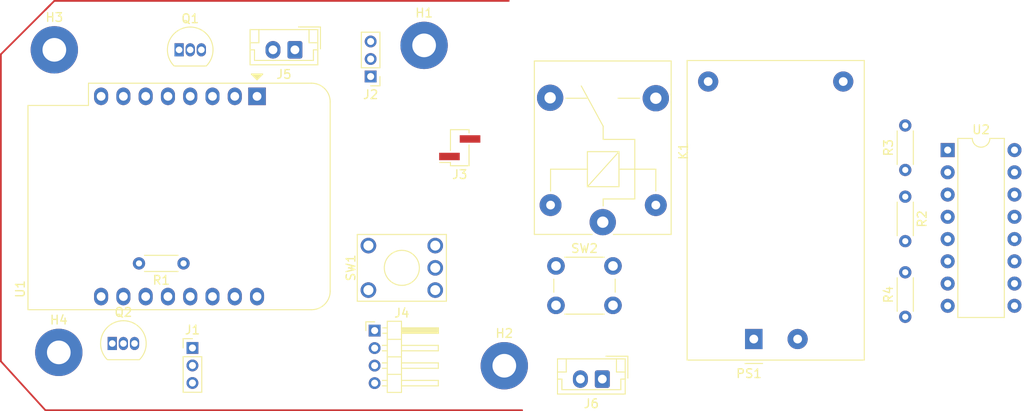
<source format=kicad_pcb>
(kicad_pcb (version 20211014) (generator pcbnew)
  (title_block (title "ACS712 stroommeter") (date "2022-12-20") (rev "0.01") (company "Easylab4kids.nl"))
  (layers (0 "F.Cu" signal) (31 "B.Cu" signal) (34 "B.Paste" user) (35 "F.Paste" user) (36 "B.SilkS" user "B.Silkscreen") (37 "F.SilkS" user "F.Silkscreen") (38 "B.Mask" user) (39 "F.Mask" user) (44 "Edge.Cuts" user))
  (net 0 "")
  (net 1 "SDA")
  (net 2 "SCL")
  (net 3 "VCC")
  (net 4 "GND")
  (net 5 "ACS_DATA")
  (net 6 "WS2812")
  (net 7 "ACS_AanUit")
  (net 8 "BTN1")
  (net 9 "Net-(J6-Pad1)")
  (net 10 "DpSlp")
  (net 17 "Net-(R1-Pad1)")
  (net 18 "AC{slash}L")
  (net 21 "Net-(Q2-Pad2)")
  (net 22 "+5V")
  (net 23 "Net-(R2-Pad2)")
  (net 24 "Net-(R3-Pad2)")
  (net 25 "Net-(R4-Pad2)")
  (footprint "Connector_PinHeader_2.00mm:PinHeader_1x02_P2.00mm_Vertical_SMD_Pin1Right" (layer "F.Cu") (at 113.284 36.068 180)
    (fp_text reference "J3" (at 0 -3.06) (layer "F.SilkS"))
    (fp_text value "PWR_5V_pin")
    (fp_line (start 1.06 -0.315) (end 1.06 2.06) (layer "F.SilkS") (width 0.12))
    (fp_line (start -1.06 1.685) (end -1.06 2.06) (layer "F.SilkS") (width 0.12))
    (fp_line (start 1.06 -2.06) (end 1.06 -1.685) (layer "F.SilkS") (width 0.12))
    (fp_line (start -1.06 2.06) (end 1.06 2.06) (layer "F.SilkS") (width 0.12))
    (fp_line (start 1.06 -1.685) (end 2.29 -1.685) (layer "F.SilkS") (width 0.12))
    (fp_line (start -1.06 -2.06) (end -1.06 0.315) (layer "F.SilkS") (width 0.12))
    (fp_line (start -1.06 -2.06) (end 1.06 -2.06) (layer "F.SilkS") (width 0.12))
    (pad "1" smd rect locked (at 1.175 -1 180) (size 2.35 0.85) (layers "F.Cu" "F.Paste" "F.Mask") (net 3 "VCC"))
    (pad "2" smd rect locked (at -1.175 1 180) (size 2.35 0.85) (layers "F.Cu" "F.Paste" "F.Mask") (net 4 "GND"))
  )
  (footprint "Connector_JST:JST_EH_B2B-EH-A_1x02_P2.50mm_Vertical" (layer "F.Cu") (at 129.54 62.484 180)
    (fp_text reference "J6" (at 1.25 -2.8) (layer "F.SilkS"))
    (fp_text value "230V_in")
    (fp_line (start 5.11 -1.71) (end -2.61 -1.71) (layer "F.SilkS") (width 0.12))
    (fp_line (start 4.61 0) (end 5.11 0) (layer "F.SilkS") (width 0.12))
    (fp_line (start -2.11 0) (end -2.11 -1.21) (layer "F.SilkS") (width 0.12))
    (fp_line (start -2.61 0) (end -2.11 0) (layer "F.SilkS") (width 0.12))
    (fp_line (start -2.61 2.31) (end 5.11 2.31) (layer "F.SilkS") (width 0.12))
    (fp_line (start 4.11 0.81) (end 4.11 2.31) (layer "F.SilkS") (width 0.12))
    (fp_line (start -2.61 -1.71) (end -2.61 2.31) (layer "F.SilkS") (width 0.12))
    (fp_line (start 5.11 2.31) (end 5.11 -1.71) (layer "F.SilkS") (width 0.12))
    (fp_line (start -2.11 -1.21) (end 4.61 -1.21) (layer "F.SilkS") (width 0.12))
    (fp_line (start -2.91 2.61) (end -0.41 2.61) (layer "F.SilkS") (width 0.12))
    (fp_line (start -2.61 0.81) (end -1.61 0.81) (layer "F.SilkS") (width 0.12))
    (fp_line (start -1.61 0.81) (end -1.61 2.31) (layer "F.SilkS") (width 0.12))
    (fp_line (start 5.11 0.81) (end 4.11 0.81) (layer "F.SilkS") (width 0.12))
    (fp_line (start -2.91 0.11) (end -2.91 2.61) (layer "F.SilkS") (width 0.12))
    (fp_line (start 4.61 -1.21) (end 4.61 0) (layer "F.SilkS") (width 0.12))
    (pad "1" thru_hole roundrect (at 0 0 180) (size 1.7 2) (drill 1) (layers *.Cu *.Mask) (roundrect_rratio 0.147059) (net 9 "Net-(J6-Pad1)"))
    (pad "2" thru_hole oval (at 2.5 0 180) (size 1.7 2) (drill 1) (layers *.Cu *.Mask) (net 18 "AC{slash}L"))
  )
  (footprint "MountingHole:MountingHole_2.7mm_M2.5_Pad" (layer "F.Cu") (at 118.364 60.96)
    (fp_text reference "H2" (at 0 -3.7) (layer "F.SilkS"))
    (fp_text value "Gaatje")
    (pad "1" thru_hole circle (at 0 0) (size 5.4 5.4) (drill 2.7) (layers *.Cu *.Mask))
  )
  (footprint "Connector_PinHeader_2.00mm:PinHeader_1x04_P2.00mm_Horizontal" (layer "F.Cu") (at 103.58 56.944)
    (fp_text reference "J4" (at 3.1 -2) (layer "F.SilkS"))
    (fp_text value "WS2812")
    (fp_line (start 7.26 5.69) (end 7.26 6.31) (layer "F.SilkS") (width 0.12))
    (fp_line (start 3.06 -0.31) (end 7.26 -0.31) (layer "F.SilkS") (width 0.12))
    (fp_line (start 3.06 5.69) (end 7.26 5.69) (layer "F.SilkS") (width 0.12))
    (fp_line (start 0.882114 3.69) (end 1.44 3.69) (layer "F.SilkS") (width 0.12))
    (fp_line (start 1.44 3) (end 3.06 3) (layer "F.SilkS") (width 0.12))
    (fp_line (start 1.44 7.06) (end 3.06 7.06) (layer "F.SilkS") (width 0.12))
    (fp_line (start 1.44 -1.06) (end 1.44 7.06) (layer "F.SilkS") (width 0.12))
    (fp_line (start 7.26 6.31) (end 3.06 6.31) (layer "F.SilkS") (width 0.12))
    (fp_line (start 7.26 2.31) (end 3.06 2.31) (layer "F.SilkS") (width 0.12))
    (fp_line (start 7.26 0.31) (end 3.06 0.31) (layer "F.SilkS") (width 0.12))
    (fp_line (start 3.06 7.06) (end 3.06 -1.06) (layer "F.SilkS") (width 0.12))
    (fp_line (start 7.26 4.31) (end 3.06 4.31) (layer "F.SilkS") (width 0.12))
    (fp_line (start 0.882114 6.31) (end 1.44 6.31) (layer "F.SilkS") (width 0.12))
    (fp_line (start -1 0) (end -1 -1) (layer "F.SilkS") (width 0.12))
    (fp_line (start 3.06 -0.01) (end 7.26 -0.01) (layer "F.SilkS") (width 0.12))
    (fp_line (start 3.06 0.23) (end 7.26 0.23) (layer "F.SilkS") (width 0.12))
    (fp_line (start 7.26 -0.31) (end 7.26 0.31) (layer "F.SilkS") (width 0.12))
    (fp_line (start 0.882114 2.31) (end 1.44 2.31) (layer "F.SilkS") (width 0.12))
    (fp_line (start 3.06 3.69) (end 7.26 3.69) (layer "F.SilkS") (width 0.12))
    (fp_line (start 7.26 3.69) (end 7.26 4.31) (layer "F.SilkS") (width 0.12))
    (fp_line (start 7.26 1.69) (end 7.26 2.31) (layer "F.SilkS") (width 0.12))
    (fp_line (start 1.44 1) (end 3.06 1) (layer "F.SilkS") (width 0.12))
    (fp_line (start 0.882114 5.69) (end 1.44 5.69) (layer "F.SilkS") (width 0.12))
    (fp_line (start 0.935 0.31) (end 1.44 0.31) (layer "F.SilkS") (width 0.12))
    (fp_line (start 1.44 5) (end 3.06 5) (layer "F.SilkS") (width 0.12))
    (fp_line (start 3.06 -0.25) (end 7.26 -0.25) (layer "F.SilkS") (width 0.12))
    (fp_line (start 0.882114 4.31) (end 1.44 4.31) (layer "F.SilkS") (width 0.12))
    (fp_line (start 0.935 -0.31) (end 1.44 -0.31) (layer "F.SilkS") (width 0.12))
    (fp_line (start 3.06 0.11) (end 7.26 0.11) (layer "F.SilkS") (width 0.12))
    (fp_line (start -1 -1) (end 0 -1) (layer "F.SilkS") (width 0.12))
    (fp_line (start 3.06 1.69) (end 7.26 1.69) (layer "F.SilkS") (width 0.12))
    (fp_line (start 3.06 -0.13) (end 7.26 -0.13) (layer "F.SilkS") (width 0.12))
    (fp_line (start 3.06 -1.06) (end 1.44 -1.06) (layer "F.SilkS") (width 0.12))
    (fp_line (start 0.882114 1.69) (end 1.44 1.69) (layer "F.SilkS") (width 0.12))
    (pad "1" thru_hole rect locked (at 0 0) (size 1.35 1.35) (drill 0.8) (layers *.Cu *.Mask) (net 3 "VCC"))
    (pad "2" thru_hole oval locked (at 0 2) (size 1.35 1.35) (drill 0.8) (layers *.Cu *.Mask) (net 6 "WS2812"))
    (pad "3" thru_hole oval locked (at 0 4) (size 1.35 1.35) (drill 0.8) (layers *.Cu *.Mask) (net 4 "GND"))
    (pad "4" thru_hole oval locked (at 0 6) (size 1.35 1.35) (drill 0.8) (layers *.Cu *.Mask))
  )
  (footprint "Resistor_THT:R_Axial_DIN0204_L3.6mm_D1.6mm_P5.08mm_Horizontal" (layer "F.Cu") (at 164.084 38.608 90)
    (fp_text reference "R3" (at 2.54 -1.92 90) (layer "F.SilkS"))
    (fp_text value "R10K")
    (fp_line (start 0.62 0.92) (end 4.46 0.92) (layer "F.SilkS") (width 0.12))
    (fp_line (start 0.62 -0.92) (end 4.46 -0.92) (layer "F.SilkS") (width 0.12))
    (pad "1" thru_hole circle (at 0 0 90) (size 1.4 1.4) (drill 0.7) (layers *.Cu *.Mask) (net 22 "+5V"))
    (pad "2" thru_hole oval (at 5.08 0 90) (size 1.4 1.4) (drill 0.7) (layers *.Cu *.Mask) (net 24 "Net-(R3-Pad2)"))
  )
  (footprint "Button_Switch_THT:SW_PUSH_6mm" (layer "F.Cu") (at 124.258 49.566)
    (fp_text reference "SW2" (at 3.25 -2) (layer "F.SilkS"))
    (fp_text value "SW_SPDT")
    (fp_line (start 6.75 3) (end 6.75 1.5) (layer "F.SilkS") (width 0.12))
    (fp_line (start -0.25 1.5) (end -0.25 3) (layer "F.SilkS") (width 0.12))
    (fp_line (start 5.5 -1) (end 1 -1) (layer "F.SilkS") (width 0.12))
    (fp_line (start 1 5.5) (end 5.5 5.5) (layer "F.SilkS") (width 0.12))
    (pad "1" thru_hole circle (at 6.5 0 90) (size 2 2) (drill 1.1) (layers *.Cu *.Mask))
    (pad "1" thru_hole circle (at 0 0 90) (size 2 2) (drill 1.1) (layers *.Cu *.Mask))
    (pad "2" thru_hole circle (at 6.5 4.5 90) (size 2 2) (drill 1.1) (layers *.Cu *.Mask) (net 18 "AC{slash}L"))
    (pad "2" thru_hole circle (at 0 4.5 90) (size 2 2) (drill 1.1) (layers *.Cu *.Mask) (net 18 "AC{slash}L"))
  )
  (footprint "Connector_PinHeader_2.00mm:PinHeader_1x03_P2.00mm_Vertical" (layer "F.Cu") (at 82.804 58.928)
    (fp_text reference "J1" (at 0 -2.06) (layer "F.SilkS"))
    (fp_text value "OLED1604")
    (fp_line (start 1.06 1) (end 1.06 5.06) (layer "F.SilkS") (width 0.12))
    (fp_line (start -1.06 -1.06) (end 0 -1.06) (layer "F.SilkS") (width 0.12))
    (fp_line (start -1.06 1) (end -1.06 5.06) (layer "F.SilkS") (width 0.12))
    (fp_line (start -1.06 1) (end 1.06 1) (layer "F.SilkS") (width 0.12))
    (fp_line (start -1.06 5.06) (end 1.06 5.06) (layer "F.SilkS") (width 0.12))
    (fp_line (start -1.06 0) (end -1.06 -1.06) (layer "F.SilkS") (width 0.12))
    (pad "1" thru_hole rect (at 0 0) (size 1.35 1.35) (drill 0.8) (layers *.Cu *.Mask) (net 1 "SDA"))
    (pad "2" thru_hole oval (at 0 2) (size 1.35 1.35) (drill 0.8) (layers *.Cu *.Mask) (net 2 "SCL"))
    (pad "3" thru_hole oval (at 0 4) (size 1.35 1.35) (drill 0.8) (layers *.Cu *.Mask) (net 3 "VCC"))
  )
  (footprint "MountingHole:MountingHole_2.7mm_M2.5_Pad" (layer "F.Cu") (at 109.22 24.384)
    (fp_text reference "H1" (at 0 -3.7) (layer "F.SilkS"))
    (fp_text value "Gaatje")
    (pad "1" thru_hole circle (at 0 0) (size 5.4 5.4) (drill 2.7) (layers *.Cu *.Mask))
  )
  (footprint "Package_DIP:DIP-16_W7.62mm" (layer "F.Cu") (at 168.92 36.337)
    (fp_text reference "U2" (at 3.81 -2.33) (layer "F.SilkS"))
    (fp_text value "PCF8574A")
    (fp_line (start 2.81 -1.33) (end 1.16 -1.33) (layer "F.SilkS") (width 0.12))
    (fp_line (start 1.16 19.11) (end 6.46 19.11) (layer "F.SilkS") (width 0.12))
    (fp_line (start 1.16 -1.33) (end 1.16 19.11) (layer "F.SilkS") (width 0.12))
    (fp_line (start 6.46 19.11) (end 6.46 -1.33) (layer "F.SilkS") (width 0.12))
    (fp_line (start 6.46 -1.33) (end 4.81 -1.33) (layer "F.SilkS") (width 0.12))
    (fp_arc (start 4.81 -1.33) (mid 3.81 -0.33) (end 2.81 -1.33) (layer "F.SilkS") (width 0.12))
    (pad "1" thru_hole rect (at 0 0) (size 1.6 1.6) (drill 0.8) (layers *.Cu *.Mask) (net 24 "Net-(R3-Pad2)"))
    (pad "2" thru_hole oval (at 0 2.54) (size 1.6 1.6) (drill 0.8) (layers *.Cu *.Mask) (net 23 "Net-(R2-Pad2)"))
    (pad "3" thru_hole oval (at 0 5.08) (size 1.6 1.6) (drill 0.8) (layers *.Cu *.Mask) (net 25 "Net-(R4-Pad2)"))
    (pad "4" thru_hole oval (at 0 7.62) (size 1.6 1.6) (drill 0.8) (layers *.Cu *.Mask))
    (pad "5" thru_hole oval (at 0 10.16) (size 1.6 1.6) (drill 0.8) (layers *.Cu *.Mask))
    (pad "6" thru_hole oval (at 0 12.7) (size 1.6 1.6) (drill 0.8) (layers *.Cu *.Mask))
    (pad "7" thru_hole oval (at 0 15.24) (size 1.6 1.6) (drill 0.8) (layers *.Cu *.Mask))
    (pad "8" thru_hole oval (at 0 17.78) (size 1.6 1.6) (drill 0.8) (layers *.Cu *.Mask) (net 4 "GND"))
    (pad "9" thru_hole oval (at 7.62 17.78) (size 1.6 1.6) (drill 0.8) (layers *.Cu *.Mask))
    (pad "10" thru_hole oval (at 7.62 15.24) (size 1.6 1.6) (drill 0.8) (layers *.Cu *.Mask))
    (pad "11" thru_hole oval (at 7.62 12.7) (size 1.6 1.6) (drill 0.8) (layers *.Cu *.Mask))
    (pad "12" thru_hole oval (at 7.62 10.16) (size 1.6 1.6) (drill 0.8) (layers *.Cu *.Mask))
    (pad "13" thru_hole oval (at 7.62 7.62) (size 1.6 1.6) (drill 0.8) (layers *.Cu *.Mask))
    (pad "14" thru_hole oval (at 7.62 5.08) (size 1.6 1.6) (drill 0.8) (layers *.Cu *.Mask) (net 1 "SDA"))
    (pad "15" thru_hole oval (at 7.62 2.54) (size 1.6 1.6) (drill 0.8) (layers *.Cu *.Mask) (net 1 "SDA"))
    (pad "16" thru_hole oval (at 7.62 0) (size 1.6 1.6) (drill 0.8) (layers *.Cu *.Mask))
  )
  (footprint "Connector_PinHeader_2.00mm:PinHeader_1x03_P2.00mm_Vertical" (layer "F.Cu") (at 103.124 27.94 180)
    (fp_text reference "J2" (at 0 -2.06) (layer "F.SilkS"))
    (fp_text value "ACS712")
    (fp_line (start -1.06 1) (end 1.06 1) (layer "F.SilkS") (width 0.12))
    (fp_line (start -1.06 1) (end -1.06 5.06) (layer "F.SilkS") (width 0.12))
    (fp_line (start 1.06 1) (end 1.06 5.06) (layer "F.SilkS") (width 0.12))
    (fp_line (start -1.06 5.06) (end 1.06 5.06) (layer "F.SilkS") (width 0.12))
    (fp_line (start -1.06 0) (end -1.06 -1.06) (layer "F.SilkS") (width 0.12))
    (fp_line (start -1.06 -1.06) (end 0 -1.06) (layer "F.SilkS") (width 0.12))
    (pad "1" thru_hole rect locked (at 0 0 180) (size 1.35 1.35) (drill 0.8) (layers *.Cu *.Mask) (net 4 "GND"))
    (pad "2" thru_hole oval locked (at 0 2 180) (size 1.35 1.35) (drill 0.8) (layers *.Cu *.Mask) (net 5 "ACS_DATA"))
    (pad "3" thru_hole oval locked (at 0 4 180) (size 1.35 1.35) (drill 0.8) (layers *.Cu *.Mask) (net 3 "VCC"))
  )
  (footprint "Module:WEMOS_D1_mini_light" (layer "F.Cu") (at 90.17 30.203 -90)
    (fp_text reference "U1" (at 22 27 90) (layer "F.SilkS"))
    (fp_text value "WeMos_D1_mini")
    (fp_line (start 24.36 26.12) (end 24.36 -6.21) (layer "F.SilkS") (width 0.12))
    (fp_line (start -1.5 19.22) (end -1.5 -6.21) (layer "F.SilkS") (width 0.12))
    (fp_line (start -1.5 19.22) (end 1.04 19.22) (layer "F.SilkS") (width 0.12))
    (fp_line (start 1.04 19.22) (end 1.04 26.12) (layer "F.SilkS") (width 0.12))
    (fp_line (start 22.24 -8.34) (end 0.63 -8.34) (layer "F.SilkS") (width 0.12))
    (fp_line (start 1.04 26.12) (end 24.36 26.12) (layer "F.SilkS") (width 0.12))
    (fp_arc (start 22.23 -8.34) (mid 23.736137 -7.716137) (end 24.36 -6.21) (layer "F.SilkS") (width 0.12))
    (fp_arc (start -1.5 -6.21) (mid -0.876137 -7.716137) (end 0.63 -8.34) (layer "F.SilkS") (width 0.12))
    (fp_poly (pts (xy -2.54 -0.635) (xy -2.54 0.635) (xy -1.905 0)) (layer "F.SilkS") (width 0.15) (fill solid))
    (pad "1" thru_hole rect locked (at 0 0 270) (size 2 2) (drill 1) (layers *.Cu *.Mask) (net 10 "DpSlp"))
    (pad "2" thru_hole oval locked (at 0 2.54 270) (size 2 1.6) (drill 1) (layers *.Cu *.Mask) (net 5 "ACS_DATA"))
    (pad "3" thru_hole oval locked (at 0 5.08 270) (size 2 1.6) (drill 1) (layers *.Cu *.Mask) (net 10 "DpSlp"))
    (pad "4" thru_hole oval locked (at 0 7.62 270) (size 2 1.6) (drill 1) (layers *.Cu *.Mask) (net 8 "BTN1"))
    (pad "5" thru_hole oval locked (at 0 10.16 270) (size 2 1.6) (drill 1) (layers *.Cu *.Mask))
    (pad "6" thru_hole oval locked (at 0 12.7 270) (size 2 1.6) (drill 1) (layers *.Cu *.Mask))
    (pad "7" thru_hole oval locked (at 0 15.24 270) (size 2 1.6) (drill 1) (layers *.Cu *.Mask))
    (pad "8" thru_hole oval locked (at 0 17.78 270) (size 2 1.6) (drill 1) (layers *.Cu *.Mask))
    (pad "9" thru_hole oval locked (at 22.86 17.78 270) (size 2 1.6) (drill 1) (layers *.Cu *.Mask) (net 3 "VCC"))
    (pad "10" thru_hole oval locked (at 22.86 15.24 270) (size 2 1.6) (drill 1) (layers *.Cu *.Mask) (net 4 "GND"))
    (pad "11" thru_hole oval locked (at 22.86 12.7 270) (size 2 1.6) (drill 1) (layers *.Cu *.Mask) (net 6 "WS2812"))
    (pad "12" thru_hole oval locked (at 22.86 10.16 270) (size 2 1.6) (drill 1) (layers *.Cu *.Mask) (net 7 "ACS_AanUit"))
    (pad "13" thru_hole oval locked (at 22.86 7.62 270) (size 2 1.6) (drill 1) (layers *.Cu *.Mask) (net 1 "SDA"))
    (pad "14" thru_hole oval locked (at 22.86 5.08 270) (size 2 1.6) (drill 1) (layers *.Cu *.Mask) (net 2 "SCL"))
    (pad "15" thru_hole oval locked (at 22.86 2.54 270) (size 2 1.6) (drill 1) (layers *.Cu *.Mask))
    (pad "16" thru_hole oval locked (at 22.86 0 270) (size 2 1.6) (drill 1) (layers *.Cu *.Mask))
  )
  (footprint "Converter_ACDC:Converter_ACDC_HiLink_HLK-PMxx" (layer "F.Cu") (at 146.812 57.912 90)
    (fp_text reference "PS1" (at -3.94 -0.55) (layer "F.SilkS"))
    (fp_text value "HLK-PM01_220V")
    (fp_line (start -2.4 12.6) (end 31.8 12.6) (layer "F.SilkS") (width 0.12))
    (fp_line (start -2.4 -7.6) (end -2.4 12.6) (layer "F.SilkS") (width 0.12))
    (fp_line (start 31.8 12.6) (end 31.8 -7.6) (layer "F.SilkS") (width 0.12))
    (fp_line (start -2.79 -1) (end -2.79 1.01) (layer "F.SilkS") (width 0.12))
    (fp_line (start 31.8 -7.6) (end -2.4 -7.6) (layer "F.SilkS") (width 0.12))
    (pad "1" thru_hole rect (at 0 0 90) (size 2.3 2) (drill 1) (layers *.Cu *.Mask) (net 18 "AC{slash}L"))
    (pad "2" thru_hole circle (at 0 5 90) (size 2.3 2.3) (drill 1) (layers *.Cu *.Mask) (net 9 "Net-(J6-Pad1)"))
    (pad "3" thru_hole circle (at 29.4 -5.2 90) (size 2.3 2.3) (drill 1) (layers *.Cu *.Mask) (net 4 "GND"))
    (pad "4" thru_hole circle (at 29.4 10.2 90) (size 2.3 2.3) (drill 1) (layers *.Cu *.Mask) (net 3 "VCC"))
  )
  (footprint "Package_TO_SOT_THT:TO-92_Inline" (layer "F.Cu") (at 81.28 24.892)
    (fp_text reference "Q1" (at 1.27 -3.56) (layer "F.SilkS"))
    (fp_text value "BC547")
    (fp_line (start -0.53 1.85) (end 3.07 1.85) (layer "F.SilkS") (width 0.12))
    (fp_arc (start 1.27 -2.6) (mid 3.672087 -0.994977) (end 3.108478 1.838478) (layer "F.SilkS") (width 0.12))
    (fp_arc (start -0.568478 1.838478) (mid -1.132087 -0.994977) (end 1.27 -2.6) (layer "F.SilkS") (width 0.12))
    (pad "1" thru_hole rect locked (at 0 0) (size 1.05 1.5) (drill 0.75) (layers *.Cu *.Mask) (net 3 "VCC"))
    (pad "2" thru_hole oval locked (at 1.27 0) (size 1.05 1.5) (drill 0.75) (layers *.Cu *.Mask) (net 7 "ACS_AanUit"))
    (pad "3" thru_hole oval locked (at 2.54 0) (size 1.05 1.5) (drill 0.75) (layers *.Cu *.Mask) (net 3 "VCC"))
  )
  (footprint "Resistor_THT:R_Axial_DIN0204_L3.6mm_D1.6mm_P5.08mm_Horizontal" (layer "F.Cu") (at 81.788 49.276 180)
    (fp_text reference "R1" (at 2.54 -1.92 180) (layer "F.SilkS"))
    (fp_text value "R100")
    (fp_line (start 0.62 0.92) (end 4.46 0.92) (layer "F.SilkS") (width 0.12))
    (fp_line (start 0.62 -0.92) (end 4.46 -0.92) (layer "F.SilkS") (width 0.12))
    (pad "1" thru_hole circle (at 0 0 180) (size 1.4 1.4) (drill 0.7) (layers *.Cu *.Mask) (net 17 "Net-(R1-Pad1)"))
    (pad "2" thru_hole oval (at 5.08 0 180) (size 1.4 1.4) (drill 0.7) (layers *.Cu *.Mask) (net 21 "Net-(Q2-Pad2)"))
  )
  (footprint "MountingHole:MountingHole_2.7mm_M2.5_Pad" (layer "F.Cu") (at 67.564 59.436)
    (fp_text reference "H4" (at 0 -3.7) (layer "F.SilkS"))
    (fp_text value "Gaatje")
    (pad "1" thru_hole circle (at 0 0) (size 5.4 5.4) (drill 2.7) (layers *.Cu *.Mask))
  )
  (footprint "MountingHole:MountingHole_2.7mm_M2.5_Pad" (layer "F.Cu") (at 67.056 24.892)
    (fp_text reference "H3" (at 0 -3.7) (layer "F.SilkS"))
    (fp_text value "Gaatje")
    (pad "1" thru_hole circle (at 0 0) (size 5.4 5.4) (drill 2.7) (layers *.Cu *.Mask))
  )
  (footprint "Button_Switch_THT:KSA_Tactile_SPST" (layer "F.Cu") (at 102.87 52.324 90)
    (fp_text reference "SW1" (at 2.54 -2 90) (layer "F.SilkS"))
    (fp_text value "btnAanUit")
    (fp_line (start -1.27 -1.27) (end -1.27 8.89) (layer "F.SilkS") (width 0.12))
    (fp_line (start -1.27 -1.27) (end 6.35 -1.27) (layer "F.SilkS") (width 0.12))
    (fp_line (start 6.35 8.89) (end 6.35 -1.27) (layer "F.SilkS") (width 0.12))
    (fp_line (start -1.27 8.89) (end 6.35 8.89) (layer "F.SilkS") (width 0.12))
    (fp_circle (center 2.54 3.81) (end 0.54 3.81) (layer "F.SilkS") (width 0.12) (fill none))
    (pad "1" thru_hole circle (at 0 0 90) (size 1.778 1.778) (drill 1.143) (layers *.Cu *.Mask) (net 8 "BTN1"))
    (pad "2" thru_hole circle (at 5.08 0 90) (size 1.778 1.778) (drill 1.143) (layers *.Cu *.Mask) (net 17 "Net-(R1-Pad1)"))
    (pad "3" thru_hole circle (at 5.08 7.62 90) (size 1.778 1.778) (drill 1.143) (layers *.Cu *.Mask))
    (pad "4" thru_hole circle (at 2.54 7.62 90) (size 1.778 1.778) (drill 1.143) (layers *.Cu *.Mask))
    (pad "5" thru_hole circle (at 0 7.62 90) (size 1.778 1.778) (drill 1.143) (layers *.Cu *.Mask))
  )
  (footprint "Package_TO_SOT_THT:TO-92_Inline" (layer "F.Cu") (at 73.66 58.42)
    (fp_text reference "Q2" (at 1.27 -3.56) (layer "F.SilkS"))
    (fp_text value "BC547")
    (fp_line (start -0.53 1.85) (end 3.07 1.85) (layer "F.SilkS") (width 0.12))
    (fp_arc (start 1.27 -2.6) (mid 3.672087 -0.994977) (end 3.108478 1.838478) (layer "F.SilkS") (width 0.12))
    (fp_arc (start -0.568478 1.838478) (mid -1.132087 -0.994977) (end 1.27 -2.6) (layer "F.SilkS") (width 0.12))
    (pad "1" thru_hole rect locked (at 0 0) (size 1.05 1.5) (drill 0.75) (layers *.Cu *.Mask) (net 3 "VCC"))
    (pad "2" thru_hole oval locked (at 1.27 0) (size 1.05 1.5) (drill 0.75) (layers *.Cu *.Mask) (net 21 "Net-(Q2-Pad2)"))
    (pad "3" thru_hole oval locked (at 2.54 0) (size 1.05 1.5) (drill 0.75) (layers *.Cu *.Mask) (net 4 "GND"))
  )
  (footprint "Connector_JST:JST_EH_B2B-EH-A_1x02_P2.50mm_Vertical" (layer "F.Cu") (at 94.488 24.892 180)
    (fp_text reference "J5" (at 1.25 -2.8) (layer "F.SilkS"))
    (fp_text value "PWR_5V_jst")
    (fp_line (start -2.91 2.61) (end -0.41 2.61) (layer "F.SilkS") (width 0.12))
    (fp_line (start -2.61 2.31) (end 5.11 2.31) (layer "F.SilkS") (width 0.12))
    (fp_line (start 4.11 0.81) (end 4.11 2.31) (layer "F.SilkS") (width 0.12))
    (fp_line (start -2.61 0.81) (end -1.61 0.81) (layer "F.SilkS") (width 0.12))
    (fp_line (start -1.61 0.81) (end -1.61 2.31) (layer "F.SilkS") (width 0.12))
    (fp_line (start 5.11 -1.71) (end -2.61 -1.71) (layer "F.SilkS") (width 0.12))
    (fp_line (start -2.61 0) (end -2.11 0) (layer "F.SilkS") (width 0.12))
    (fp_line (start 4.61 0) (end 5.11 0) (layer "F.SilkS") (width 0.12))
    (fp_line (start -2.91 0.11) (end -2.91 2.61) (layer "F.SilkS") (width 0.12))
    (fp_line (start 4.61 -1.21) (end 4.61 0) (layer "F.SilkS") (width 0.12))
    (fp_line (start 5.11 0.81) (end 4.11 0.81) (layer "F.SilkS") (width 0.12))
    (fp_line (start -2.11 0) (end -2.11 -1.21) (layer "F.SilkS") (width 0.12))
    (fp_line (start 5.11 2.31) (end 5.11 -1.71) (layer "F.SilkS") (width 0.12))
    (fp_line (start -2.61 -1.71) (end -2.61 2.31) (layer "F.SilkS") (width 0.12))
    (fp_line (start -2.11 -1.21) (end 4.61 -1.21) (layer "F.SilkS") (width 0.12))
    (pad "1" thru_hole roundrect locked (at 0 0 180) (size 1.7 2) (drill 1) (layers *.Cu *.Mask) (roundrect_rratio 0.147059) (net 3 "VCC"))
    (pad "2" thru_hole oval locked (at 2.5 0 180) (size 1.7 2) (drill 1) (layers *.Cu *.Mask) (net 4 "GND"))
  )
  (footprint "Resistor_THT:R_Axial_DIN0204_L3.6mm_D1.6mm_P5.08mm_Horizontal" (layer "F.Cu") (at 164.084 41.656 -90)
    (fp_text reference "R2" (at 2.54 -1.92 90) (layer "F.SilkS"))
    (fp_text value "R10K")
    (fp_line (start 0.62 0.92) (end 4.46 0.92) (layer "F.SilkS") (width 0.12))
    (fp_line (start 0.62 -0.92) (end 4.46 -0.92) (layer "F.SilkS") (width 0.12))
    (pad "1" thru_hole circle (at 0 0 270) (size 1.4 1.4) (drill 0.7) (layers *.Cu *.Mask) (net 22 "+5V"))
    (pad "2" thru_hole oval (at 5.08 0 270) (size 1.4 1.4) (drill 0.7) (layers *.Cu *.Mask) (net 23 "Net-(R2-Pad2)"))
  )
  (footprint "Relay_THT:Relay_SPDT_SANYOU_SRD_Series_Form_C" (layer "F.Cu") (at 129.59 44.568 90)
    (fp_text reference "K1" (at 8.1 9.2 90) (layer "F.SilkS"))
    (fp_text value "SRD-03VDC-SL-C_Relay")
    (fp_line (start -1.4 -7.8) (end -1.4 -1.2) (layer "F.SilkS") (width 0.12))
    (fp_line (start 4.05 1.85) (end 4.05 -1.75) (layer "F.SilkS") (width 0.12))
    (fp_line (start -1.4 1.2) (end -1.4 7.8) (layer "F.SilkS") (width 0.12))
    (fp_line (start 9.45 3.65) (end 2.65 3.65) (layer "F.SilkS") (width 0.12))
    (fp_line (start 4.05 -1.75) (end 8.05 -1.75) (layer "F.SilkS") (width 0.12))
    (fp_line (start 9.45 0.05) (end 10.95 0.05) (layer "F.SilkS") (width 0.12))
    (fp_line (start 8.05 1.85) (end 4.05 1.85) (layer "F.SilkS") (width 0.12))
    (fp_line (start 3.55 6.05) (end 6.05 6.05) (layer "F.SilkS") (width 0.12))
    (fp_line (start 8.05 -1.75) (end 8.05 1.85) (layer "F.SilkS") (width 0.12))
    (fp_line (start -1.4 -7.8) (end 18.4 -7.8) (layer "F.SilkS") (width 0.12))
    (fp_line (start 8.05 1.85) (end 4.05 -1.75) (layer "F.SilkS") (width 0.12))
    (fp_line (start 18.4 -7.8) (end 18.4 7.8) (layer "F.SilkS") (width 0.12))
    (fp_line (start 14.15 4.2) (end 14.15 1.75) (layer "F.SilkS") (width 0.12))
    (fp_line (start 6.05 1.85) (end 6.05 6.05) (layer "F.SilkS") (width 0.12))
    (fp_line (start 2.65 0.05) (end 1.85 0.05) (layer "F.SilkS") (width 0.12))
    (fp_line (start 9.45 0.05) (end 9.45 3.65) (layer "F.SilkS") (width 0.12))
    (fp_line (start 6.05 -5.95) (end 6.05 -1.75) (layer "F.SilkS") (width 0.12))
    (fp_line (start 18.4 7.8) (end -1.4 7.8) (layer "F.SilkS") (width 0.12))
    (fp_line (start 10.95 0.05) (end 15.55 -2.45) (layer "F.SilkS") (width 0.12))
    (fp_line (start 6.05 -5.95) (end 3.55 -5.95) (layer "F.SilkS") (width 0.12))
    (fp_line (start 14.15 -4.2) (end 14.15 -1.7) (layer "F.SilkS") (width 0.12))
    (fp_line (start 2.65 0.05) (end 2.65 3.65) (layer "F.SilkS") (width 0.12))
    (pad "1" thru_hole circle (at 0 0 180) (size 3 3) (drill 1.3) (layers *.Cu *.Mask) (net 18 "AC{slash}L"))
    (pad "2" thru_hole circle (at 1.95 6.05 180) (size 2.5 2.5) (drill 1) (layers *.Cu *.Mask) (net 4 "GND"))
    (pad "3" thru_hole circle (at 14.15 6.05 180) (size 3 3) (drill 1.3) (layers *.Cu *.Mask))
    (pad "4" thru_hole circle (at 14.2 -6 180) (size 3 3) (drill 1.3) (layers *.Cu *.Mask) (net 18 "AC{slash}L"))
    (pad "5" thru_hole circle (at 1.95 -5.95 180) (size 2.5 2.5) (drill 1) (layers *.Cu *.Mask))
  )
  (footprint "Resistor_THT:R_Axial_DIN0204_L3.6mm_D1.6mm_P5.08mm_Horizontal" (layer "F.Cu") (at 164.084 55.372 90)
    (fp_text reference "R4" (at 2.54 -1.92 90) (layer "F.SilkS"))
    (fp_text value "R10K")
    (fp_line (start 0.62 -0.92) (end 4.46 -0.92) (layer "F.SilkS") (width 0.12))
    (fp_line (start 0.62 0.92) (end 4.46 0.92) (layer "F.SilkS") (width 0.12))
    (pad "1" thru_hole circle (at 0 0 90) (size 1.4 1.4) (drill 0.7) (layers *.Cu *.Mask) (net 22 "+5V"))
    (pad "2" thru_hole oval (at 5.08 0 90) (size 1.4 1.4) (drill 0.7) (layers *.Cu *.Mask) (net 25 "Net-(R4-Pad2)"))
  )
  (gr_line (start 118.872 19.304) (end 67.056 19.304) (layer "F.Cu") (width 0.2))
  (gr_line (start 67.056 19.304) (end 66.548 19.812) (layer "F.Cu") (width 0.2))
  (gr_line (start 66.04 20.32) (end 60.96 25.4) (layer "F.Cu") (width 0.2))
  (gr_line (start 66.04 66.04) (end 120.396 66.04) (layer "F.Cu") (width 0.2))
  (gr_line (start 66.04 20.32) (end 66.548 19.812) (layer "F.Cu") (width 0.2))
  (gr_line (start 60.96 25.4) (end 60.96 60.452) (layer "F.Cu") (width 0.2))
  (gr_line (start 66.548 19.812) (end 66.04 20.32) (layer "F.Cu") (width 0.2))
  (gr_line (start 60.96 60.452) (end 66.04 66.04) (layer "F.Cu") (width 0.2))
)
</source>
